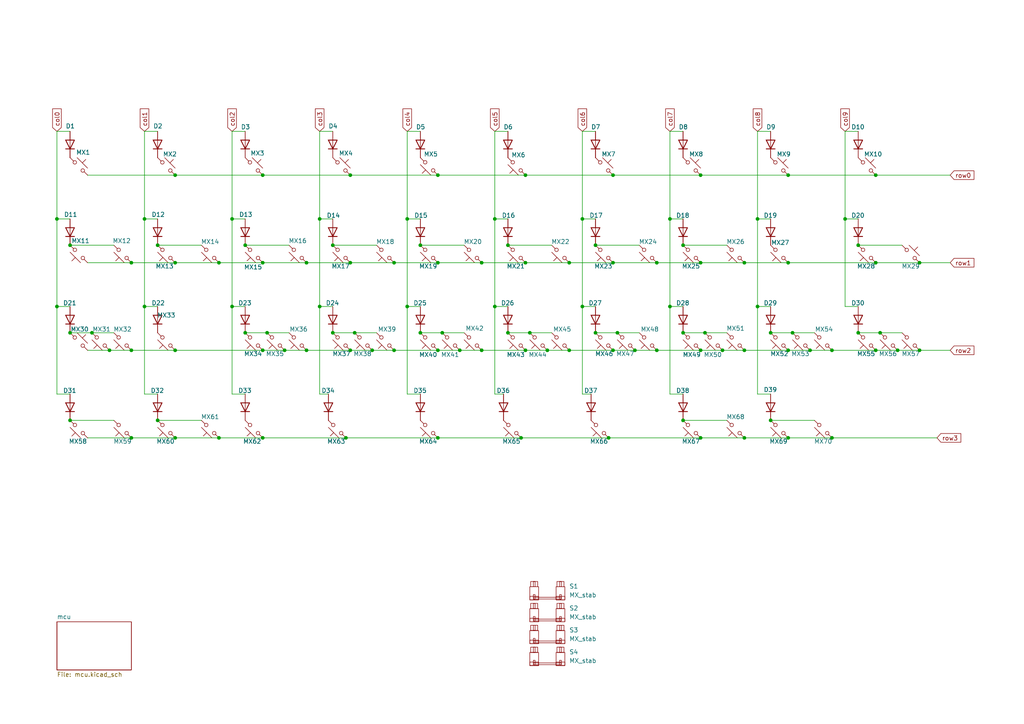
<source format=kicad_sch>
(kicad_sch (version 20231120) (generator "eeschema") (generator_version "8.0")
  (paper "A4")
  (lib_symbols
    (symbol "Device:D" (pin_numbers hide) (pin_names (offset 1.016) hide)
      (property "Reference" "D" (at 0 2.54 0))
      (property "Value" "D" (at 0 -2.54 0))
      (symbol "D_1_1"
        (pin passive line (at -3.81 0 0) (length 2.54) (name "K") (number "1"))
        (pin passive line (at 3.81 0 180) (length 2.54) (name "A") (number "2"))
      )
    )
    (symbol "PCM_marbastlib-mx:MX_SW_solder" (pin_numbers hide) (pin_names (offset 1.016) hide)
      (property "Reference" "MX" (at 3.048 1.016 0))
      (property "Value" "MX_SW_solder" (at 0 -3.81 0))
      (symbol "MX_SW_solder_0_1"
        (pin passive line (at -2.54 2.54 0) (length 0) (name "1") (number "1"))
        (pin passive line (at 2.54 -2.54 180) (length 0) (name "2") (number "2"))
      )
    )
    (symbol "PCM_marbastlib-mx:MX_stab" (pin_names (offset 1.016))
      (property "Reference" "S" (at -5.08 6.35 0))
      (property "Value" "MX_stab" (at -5.08 3.81 0))
    )
  )
  (junction (at 20.32 96.52))
  (junction (at 215.9 127))
  (junction (at 101.6 50.8))
  (junction (at 50.8 50.8))
  (junction (at 16.51 63.5))
  (junction (at 92.71 63.5))
  (junction (at 245.11 63.5))
  (junction (at 139.7 101.6))
  (junction (at 198.12 71.12))
  (junction (at 77.47 96.52))
  (junction (at 184.15 101.6))
  (junction (at 127 101.6))
  (junction (at 50.8 127))
  (junction (at 107.95 101.6))
  (junction (at 177.8 76.2))
  (junction (at 20.32 121.92))
  (junction (at 127 127))
  (junction (at 209.55 101.6))
  (junction (at 31.75 101.6))
  (junction (at 67.31 88.9))
  (junction (at 254 101.6))
  (junction (at 255.27 96.52))
  (junction (at 139.7 76.2))
  (junction (at 38.1 127))
  (junction (at 143.51 63.5))
  (junction (at 203.2 50.8))
  (junction (at 50.8 76.2))
  (junction (at 241.3 101.6))
  (junction (at 219.71 88.9))
  (junction (at 215.9 76.2))
  (junction (at 147.32 96.52))
  (junction (at 203.2 127))
  (junction (at 152.4 76.2))
  (junction (at 45.72 121.92))
  (junction (at 152.4 50.8))
  (junction (at 229.87 96.52))
  (junction (at 194.31 63.5))
  (junction (at 96.52 71.12))
  (junction (at 88.9 101.6))
  (junction (at 152.4 101.6))
  (junction (at 82.55 101.6))
  (junction (at 38.1 76.2))
  (junction (at 260.35 101.6))
  (junction (at 248.92 96.52))
  (junction (at 102.87 96.52))
  (junction (at 194.31 88.9))
  (junction (at 88.9 76.2))
  (junction (at 177.8 101.6))
  (junction (at 172.72 96.52))
  (junction (at 219.71 63.5))
  (junction (at 118.11 88.9))
  (junction (at 223.52 121.92))
  (junction (at 45.72 71.12))
  (junction (at 50.8 101.6))
  (junction (at 76.2 50.8))
  (junction (at 177.8 50.8))
  (junction (at 266.7 101.6))
  (junction (at 143.51 88.9))
  (junction (at 127 50.8))
  (junction (at 190.5 76.2))
  (junction (at 198.12 121.92))
  (junction (at 121.92 96.52))
  (junction (at 223.52 96.52))
  (junction (at 67.31 63.5))
  (junction (at 41.91 63.5))
  (junction (at 168.91 88.9))
  (junction (at 198.12 96.52))
  (junction (at 128.27 96.52))
  (junction (at 204.47 96.52))
  (junction (at 165.1 101.6))
  (junction (at 118.11 63.5))
  (junction (at 151.13 127))
  (junction (at 41.91 88.9))
  (junction (at 76.2 101.6))
  (junction (at 96.52 96.52))
  (junction (at 153.67 96.52))
  (junction (at 71.12 71.12))
  (junction (at 71.12 96.52))
  (junction (at 228.6 76.2))
  (junction (at 114.3 76.2))
  (junction (at 190.5 101.6))
  (junction (at 101.6 101.6))
  (junction (at 234.95 101.6))
  (junction (at 121.92 71.12))
  (junction (at 179.07 96.52))
  (junction (at 16.51 88.9))
  (junction (at 228.6 101.6))
  (junction (at 168.91 63.5))
  (junction (at 26.67 96.52))
  (junction (at 266.7 76.2))
  (junction (at 254 76.2))
  (junction (at 63.5 76.2))
  (junction (at 176.53 127))
  (junction (at 228.6 50.8))
  (junction (at 76.2 127))
  (junction (at 158.75 101.6))
  (junction (at 20.32 71.12))
  (junction (at 228.6 127))
  (junction (at 215.9 101.6))
  (junction (at 241.3 127))
  (junction (at 100.33 127))
  (junction (at 114.3 101.6))
  (junction (at 63.5 127))
  (junction (at 92.71 88.9))
  (junction (at 254 50.8))
  (junction (at 203.2 101.6))
  (junction (at 165.1 76.2))
  (junction (at 147.32 71.12))
  (junction (at 172.72 71.12))
  (junction (at 203.2 76.2))
  (junction (at 38.1 101.6))
  (junction (at 127 76.2))
  (junction (at 76.2 76.2))
  (junction (at 101.6 76.2))
  (junction (at 133.35 101.6))
  (junction (at 248.92 71.12))
  (wire (pts (xy 101.6 101.6) (xy 107.95 101.6)))
  (wire (pts (xy 41.91 63.5) (xy 41.91 38.1)))
  (wire (pts (xy 16.51 38.1) (xy 16.51 63.5)))
  (wire (pts (xy 71.12 114.3) (xy 67.31 114.3)))
  (wire (pts (xy 176.53 127) (xy 203.2 127)))
  (wire (pts (xy 38.1 101.6) (xy 50.8 101.6)))
  (wire (pts (xy 248.92 71.12) (xy 261.62 71.12)))
  (wire (pts (xy 25.4 50.8) (xy 50.8 50.8)))
  (wire (pts (xy 168.91 38.1) (xy 172.72 38.1)))
  (wire (pts (xy 71.12 96.52) (xy 77.47 96.52)))
  (wire (pts (xy 171.45 114.3) (xy 168.91 114.3)))
  (wire (pts (xy 168.91 63.5) (xy 172.72 63.5)))
  (wire (pts (xy 16.51 38.1) (xy 20.32 38.1)))
  (wire (pts (xy 194.31 38.1) (xy 198.12 38.1)))
  (wire (pts (xy 219.71 88.9) (xy 223.52 88.9)))
  (wire (pts (xy 152.4 50.8) (xy 177.8 50.8)))
  (wire (pts (xy 172.72 96.52) (xy 179.07 96.52)))
  (wire (pts (xy 165.1 101.6) (xy 177.8 101.6)))
  (wire (pts (xy 143.51 63.5) (xy 143.51 38.1)))
  (wire (pts (xy 245.11 88.9) (xy 245.11 63.5)))
  (wire (pts (xy 45.72 114.3) (xy 41.91 114.3)))
  (wire (pts (xy 203.2 76.2) (xy 215.9 76.2)))
  (wire (pts (xy 118.11 114.3) (xy 118.11 88.9)))
  (wire (pts (xy 266.7 76.2) (xy 275.59 76.2)))
  (wire (pts (xy 67.31 38.1) (xy 71.12 38.1)))
  (wire (pts (xy 95.25 114.3) (xy 92.71 114.3)))
  (wire (pts (xy 266.7 101.6) (xy 275.59 101.6)))
  (wire (pts (xy 194.31 63.5) (xy 194.31 38.1)))
  (wire (pts (xy 152.4 101.6) (xy 158.75 101.6)))
  (wire (pts (xy 45.72 71.12) (xy 58.42 71.12)))
  (wire (pts (xy 118.11 63.5) (xy 118.11 38.1)))
  (wire (pts (xy 194.31 88.9) (xy 194.31 114.3)))
  (wire (pts (xy 102.87 96.52) (xy 109.22 96.52)))
  (wire (pts (xy 260.35 101.6) (xy 266.7 101.6)))
  (wire (pts (xy 152.4 76.2) (xy 165.1 76.2)))
  (wire (pts (xy 215.9 127) (xy 228.6 127)))
  (wire (pts (xy 190.5 101.6) (xy 203.2 101.6)))
  (wire (pts (xy 114.3 76.2) (xy 127 76.2)))
  (wire (pts (xy 88.9 76.2) (xy 101.6 76.2)))
  (wire (pts (xy 177.8 50.8) (xy 203.2 50.8)))
  (wire (pts (xy 245.11 38.1) (xy 245.11 63.5)))
  (wire (pts (xy 92.71 63.5) (xy 96.52 63.5)))
  (wire (pts (xy 25.4 76.2) (xy 38.1 76.2)))
  (wire (pts (xy 76.2 50.8) (xy 101.6 50.8)))
  (wire (pts (xy 20.32 96.52) (xy 26.67 96.52)))
  (wire (pts (xy 25.4 101.6) (xy 31.75 101.6)))
  (wire (pts (xy 41.91 88.9) (xy 45.72 88.9)))
  (wire (pts (xy 121.92 71.12) (xy 134.62 71.12)))
  (wire (pts (xy 198.12 71.12) (xy 210.82 71.12)))
  (wire (pts (xy 88.9 101.6) (xy 101.6 101.6)))
  (wire (pts (xy 143.51 114.3) (xy 143.51 88.9)))
  (wire (pts (xy 204.47 96.52) (xy 210.82 96.52)))
  (wire (pts (xy 127 76.2) (xy 139.7 76.2)))
  (wire (pts (xy 92.71 38.1) (xy 96.52 38.1)))
  (wire (pts (xy 50.8 101.6) (xy 76.2 101.6)))
  (wire (pts (xy 165.1 76.2) (xy 177.8 76.2)))
  (wire (pts (xy 168.91 63.5) (xy 168.91 38.1)))
  (wire (pts (xy 198.12 96.52) (xy 204.47 96.52)))
  (wire (pts (xy 147.32 71.12) (xy 160.02 71.12)))
  (wire (pts (xy 223.52 121.92) (xy 236.22 121.92)))
  (wire (pts (xy 172.72 71.12) (xy 185.42 71.12)))
  (wire (pts (xy 16.51 63.5) (xy 20.32 63.5)))
  (wire (pts (xy 127 50.8) (xy 152.4 50.8)))
  (wire (pts (xy 50.8 127) (xy 63.5 127)))
  (wire (pts (xy 177.8 76.2) (xy 190.5 76.2)))
  (wire (pts (xy 219.71 88.9) (xy 219.71 114.3)))
  (wire (pts (xy 67.31 63.5) (xy 71.12 63.5)))
  (wire (pts (xy 228.6 50.8) (xy 254 50.8)))
  (wire (pts (xy 146.05 114.3) (xy 143.51 114.3)))
  (wire (pts (xy 248.92 96.52) (xy 255.27 96.52)))
  (wire (pts (xy 92.71 114.3) (xy 92.71 88.9)))
  (wire (pts (xy 133.35 101.6) (xy 139.7 101.6)))
  (wire (pts (xy 139.7 101.6) (xy 152.4 101.6)))
  (wire (pts (xy 219.71 114.3) (xy 223.52 114.3)))
  (wire (pts (xy 82.55 101.6) (xy 88.9 101.6)))
  (wire (pts (xy 118.11 63.5) (xy 121.92 63.5)))
  (wire (pts (xy 16.51 88.9) (xy 20.32 88.9)))
  (wire (pts (xy 127 101.6) (xy 133.35 101.6)))
  (wire (pts (xy 143.51 63.5) (xy 147.32 63.5)))
  (wire (pts (xy 153.67 96.52) (xy 160.02 96.52)))
  (wire (pts (xy 194.31 88.9) (xy 194.31 63.5)))
  (wire (pts (xy 45.72 121.92) (xy 58.42 121.92)))
  (wire (pts (xy 228.6 127) (xy 241.3 127)))
  (wire (pts (xy 71.12 71.12) (xy 83.82 71.12)))
  (wire (pts (xy 245.11 63.5) (xy 248.92 63.5)))
  (wire (pts (xy 223.52 96.52) (xy 229.87 96.52)))
  (wire (pts (xy 139.7 76.2) (xy 152.4 76.2)))
  (wire (pts (xy 16.51 88.9) (xy 16.51 63.5)))
  (wire (pts (xy 100.33 127) (xy 127 127)))
  (wire (pts (xy 168.91 114.3) (xy 168.91 88.9)))
  (wire (pts (xy 203.2 50.8) (xy 228.6 50.8)))
  (wire (pts (xy 198.12 114.3) (xy 194.31 114.3)))
  (wire (pts (xy 77.47 96.52) (xy 83.82 96.52)))
  (wire (pts (xy 107.95 101.6) (xy 114.3 101.6)))
  (wire (pts (xy 198.12 121.92) (xy 210.82 121.92)))
  (wire (pts (xy 92.71 88.9) (xy 96.52 88.9)))
  (wire (pts (xy 254 101.6) (xy 260.35 101.6)))
  (wire (pts (xy 25.4 127) (xy 38.1 127)))
  (wire (pts (xy 92.71 88.9) (xy 92.71 63.5)))
  (wire (pts (xy 118.11 38.1) (xy 121.92 38.1)))
  (wire (pts (xy 63.5 127) (xy 76.2 127)))
  (wire (pts (xy 147.32 96.52) (xy 153.67 96.52)))
  (wire (pts (xy 219.71 63.5) (xy 223.52 63.5)))
  (wire (pts (xy 38.1 76.2) (xy 50.8 76.2)))
  (wire (pts (xy 219.71 38.1) (xy 219.71 63.5)))
  (wire (pts (xy 241.3 127) (xy 271.78 127)))
  (wire (pts (xy 151.13 127) (xy 176.53 127)))
  (wire (pts (xy 219.71 88.9) (xy 219.71 63.5)))
  (wire (pts (xy 209.55 101.6) (xy 215.9 101.6)))
  (wire (pts (xy 127 127) (xy 151.13 127)))
  (wire (pts (xy 143.51 38.1) (xy 147.32 38.1)))
  (wire (pts (xy 255.27 96.52) (xy 261.62 96.52)))
  (wire (pts (xy 76.2 127) (xy 100.33 127)))
  (wire (pts (xy 121.92 96.52) (xy 128.27 96.52)))
  (wire (pts (xy 101.6 76.2) (xy 114.3 76.2)))
  (wire (pts (xy 67.31 63.5) (xy 67.31 38.1)))
  (wire (pts (xy 20.32 114.3) (xy 16.51 114.3)))
  (wire (pts (xy 168.91 88.9) (xy 172.72 88.9)))
  (wire (pts (xy 215.9 101.6) (xy 228.6 101.6)))
  (wire (pts (xy 41.91 88.9) (xy 41.91 63.5)))
  (wire (pts (xy 203.2 127) (xy 215.9 127)))
  (wire (pts (xy 67.31 88.9) (xy 71.12 88.9)))
  (wire (pts (xy 16.51 114.3) (xy 16.51 88.9)))
  (wire (pts (xy 41.91 63.5) (xy 45.72 63.5)))
  (wire (pts (xy 254 76.2) (xy 266.7 76.2)))
  (wire (pts (xy 248.92 88.9) (xy 245.11 88.9)))
  (wire (pts (xy 101.6 50.8) (xy 127 50.8)))
  (wire (pts (xy 234.95 101.6) (xy 241.3 101.6)))
  (wire (pts (xy 67.31 114.3) (xy 67.31 88.9)))
  (wire (pts (xy 245.11 38.1) (xy 248.92 38.1)))
  (wire (pts (xy 228.6 101.6) (xy 234.95 101.6)))
  (wire (pts (xy 143.51 88.9) (xy 147.32 88.9)))
  (wire (pts (xy 128.27 96.52) (xy 134.62 96.52)))
  (wire (pts (xy 50.8 50.8) (xy 76.2 50.8)))
  (wire (pts (xy 184.15 101.6) (xy 190.5 101.6)))
  (wire (pts (xy 241.3 101.6) (xy 254 101.6)))
  (wire (pts (xy 229.87 96.52) (xy 236.22 96.52)))
  (wire (pts (xy 194.31 63.5) (xy 198.12 63.5)))
  (wire (pts (xy 96.52 96.52) (xy 102.87 96.52)))
  (wire (pts (xy 190.5 76.2) (xy 203.2 76.2)))
  (wire (pts (xy 114.3 101.6) (xy 127 101.6)))
  (wire (pts (xy 76.2 101.6) (xy 82.55 101.6)))
  (wire (pts (xy 223.52 38.1) (xy 219.71 38.1)))
  (wire (pts (xy 179.07 96.52) (xy 185.42 96.52)))
  (wire (pts (xy 254 50.8) (xy 275.59 50.8)))
  (wire (pts (xy 63.5 76.2) (xy 76.2 76.2)))
  (wire (pts (xy 143.51 88.9) (xy 143.51 63.5)))
  (wire (pts (xy 26.67 96.52) (xy 33.02 96.52)))
  (wire (pts (xy 38.1 127) (xy 50.8 127)))
  (wire (pts (xy 41.91 38.1) (xy 45.72 38.1)))
  (wire (pts (xy 118.11 88.9) (xy 121.92 88.9)))
  (wire (pts (xy 92.71 63.5) (xy 92.71 38.1)))
  (wire (pts (xy 215.9 76.2) (xy 228.6 76.2)))
  (wire (pts (xy 121.92 114.3) (xy 118.11 114.3)))
  (wire (pts (xy 203.2 101.6) (xy 209.55 101.6)))
  (wire (pts (xy 158.75 101.6) (xy 165.1 101.6)))
  (wire (pts (xy 228.6 76.2) (xy 254 76.2)))
  (wire (pts (xy 50.8 76.2) (xy 63.5 76.2)))
  (wire (pts (xy 67.31 88.9) (xy 67.31 63.5)))
  (wire (pts (xy 31.75 101.6) (xy 38.1 101.6)))
  (wire (pts (xy 194.31 88.9) (xy 198.12 88.9)))
  (wire (pts (xy 20.32 71.12) (xy 33.02 71.12)))
  (wire (pts (xy 20.32 121.92) (xy 33.02 121.92)))
  (wire (pts (xy 76.2 76.2) (xy 88.9 76.2)))
  (wire (pts (xy 118.11 88.9) (xy 118.11 63.5)))
  (wire (pts (xy 168.91 88.9) (xy 168.91 63.5)))
  (wire (pts (xy 96.52 71.12) (xy 109.22 71.12)))
  (wire (pts (xy 177.8 101.6) (xy 184.15 101.6)))
  (wire (pts (xy 41.91 114.3) (xy 41.91 88.9)))
  (global_label "col0" (shape input) (at 16.51 38.1 90) (property "Intersheetrefs" "${INTERSHEET_REFS}" (effects (hide yes))))
  (global_label "row3" (shape input) (at 271.78 127 0) (property "Intersheetrefs" "${INTERSHEET_REFS}" (effects (hide yes))))
  (global_label "row2" (shape input) (at 275.59 101.6 0) (property "Intersheetrefs" "${INTERSHEET_REFS}" (effects (hide yes))))
  (global_label "col7" (shape input) (at 194.31 38.1 90) (property "Intersheetrefs" "${INTERSHEET_REFS}" (effects (hide yes))))
  (global_label "col8" (shape input) (at 219.71 38.1 90) (property "Intersheetrefs" "${INTERSHEET_REFS}" (effects (hide yes))))
  (global_label "col9" (shape input) (at 245.11 38.1 90) (property "Intersheetrefs" "${INTERSHEET_REFS}" (effects (hide yes))))
  (global_label "row1" (shape input) (at 275.59 76.2 0) (property "Intersheetrefs" "${INTERSHEET_REFS}" (effects (hide yes))))
  (global_label "col2" (shape input) (at 67.31 38.1 90) (property "Intersheetrefs" "${INTERSHEET_REFS}" (effects (hide yes))))
  (global_label "col3" (shape input) (at 92.71 38.1 90) (property "Intersheetrefs" "${INTERSHEET_REFS}" (effects (hide yes))))
  (global_label "col6" (shape input) (at 168.91 38.1 90) (property "Intersheetrefs" "${INTERSHEET_REFS}" (effects (hide yes))))
  (global_label "col4" (shape input) (at 118.11 38.1 90) (property "Intersheetrefs" "${INTERSHEET_REFS}" (effects (hide yes))))
  (global_label "row0" (shape input) (at 275.59 50.8 0) (property "Intersheetrefs" "${INTERSHEET_REFS}" (effects (hide yes))))
  (global_label "col1" (shape input) (at 41.91 38.1 90) (property "Intersheetrefs" "${INTERSHEET_REFS}" (effects (hide yes))))
  (global_label "col5" (shape input) (at 143.51 38.1 90) (property "Intersheetrefs" "${INTERSHEET_REFS}" (effects (hide yes))))
  (symbol (lib_id "Device:D") (at 96.52 92.71 90) (unit 1)
    (property "Reference" "D24" (at 94.488 87.884 90) (effects (justify right)))
    (property "Value" "D" (effects (hide yes)))
    (property "Footprint" "user:D_SOD-123" (effects (hide yes)))
    (property "Description" "Diode" (effects (hide yes)))
    (property "Sim.Device" "D" (effects (hide yes)))
    (property "Sim.Pins" "1=K 2=A" (effects (hide yes)))
  )
  (symbol (lib_id "Device:D") (at 20.32 92.71 90) (unit 1)
    (property "Reference" "D21" (at 18.288 87.884 90) (effects (justify right)))
    (property "Value" "D" (effects (hide yes)))
    (property "Footprint" "user:D_SOD-123" (effects (hide yes)))
    (property "Description" "Diode" (effects (hide yes)))
    (property "Sim.Device" "D" (effects (hide yes)))
    (property "Sim.Pins" "1=K 2=A" (effects (hide yes)))
  )
  (symbol (lib_id "PCM_marbastlib-mx:MX_SW_solder") (at 200.66 73.66 180) (unit 1)
    (property "Reference" "MX25" (at 200.406 77.216 0))
    (property "Value" "MX_SW_solder" (effects (hide yes)))
    (property "Footprint" "PCM_marbastlib-mx:SW_MX_1u" (effects (hide yes)))
    (property "Description" "Push button switch, normally open, two pins, 45° tilted" (effects (hide yes)))
  )
  (symbol (lib_id "PCM_marbastlib-mx:MX_SW_solder") (at 226.06 73.66 180) (unit 1)
    (property "Reference" "MX27" (at 226.314 70.358 0))
    (property "Value" "MX_SW_solder" (effects (hide yes)))
    (property "Footprint" "PCM_marbastlib-mx:SW_MX_1u" (effects (hide yes)))
    (property "Description" "Push button switch, normally open, two pins, 45° tilted" (effects (hide yes)))
  )
  (symbol (lib_id "Device:D") (at 172.72 41.91 90) (unit 1)
    (property "Reference" "D7" (at 171.45 36.83 90) (effects (justify right)))
    (property "Value" "D" (effects (hide yes)))
    (property "Footprint" "user:D_SOD-123" (effects (hide yes)))
    (property "Description" "Diode" (effects (hide yes)))
    (property "Sim.Device" "D" (effects (hide yes)))
    (property "Sim.Pins" "1=K 2=A" (effects (hide yes)))
  )
  (symbol (lib_id "PCM_marbastlib-mx:MX_SW_solder") (at 80.01 99.06 180) (unit 1)
    (property "Reference" "MX35" (at 79.756 102.616 0))
    (property "Value" "MX_SW_solder" (effects (hide yes)))
    (property "Footprint" "PCM_marbastlib-mx:SW_MX_1u" (effects (hide yes)))
    (property "Description" "Push button switch, normally open, two pins, 45° tilted" (effects (hide yes)))
  )
  (symbol (lib_id "PCM_marbastlib-mx:MX_SW_solder") (at 137.16 99.06 180) (unit 1)
    (property "Reference" "MX42" (at 137.668 95.25 0))
    (property "Value" "MX_SW_solder" (effects (hide yes)))
    (property "Footprint" "PCM_marbastlib-mx:SW_MX_1u" (effects (hide yes)))
    (property "Description" "Push button switch, normally open, two pins, 45° tilted" (effects (hide yes)))
  )
  (symbol (lib_id "PCM_marbastlib-mx:MX_SW_solder") (at 111.76 99.06 180) (unit 1)
    (property "Reference" "MX39" (at 112.268 95.504 0))
    (property "Value" "MX_SW_solder" (effects (hide yes)))
    (property "Footprint" "PCM_marbastlib-mx:SW_MX_1u" (effects (hide yes)))
    (property "Description" "Push button switch, normally open, two pins, 45° tilted" (effects (hide yes)))
  )
  (symbol (lib_id "Device:D") (at 121.92 92.71 90) (unit 1)
    (property "Reference" "D25" (at 119.888 87.884 90) (effects (justify right)))
    (property "Value" "D" (effects (hide yes)))
    (property "Footprint" "user:D_SOD-123" (effects (hide yes)))
    (property "Description" "Diode" (effects (hide yes)))
    (property "Sim.Device" "D" (effects (hide yes)))
    (property "Sim.Pins" "1=K 2=A" (effects (hide yes)))
  )
  (symbol (lib_id "PCM_marbastlib-mx:MX_SW_solder") (at 86.36 73.66 180) (unit 1)
    (property "Reference" "MX16" (at 86.36 69.85 0))
    (property "Value" "MX_SW_solder" (effects (hide yes)))
    (property "Footprint" "PCM_marbastlib-mx:SW_MX_1u" (effects (hide yes)))
    (property "Description" "Push button switch, normally open, two pins, 45° tilted" (effects (hide yes)))
  )
  (symbol (lib_id "Device:D") (at 248.92 41.91 90) (unit 1)
    (property "Reference" "D10" (at 246.888 36.83 90) (effects (justify right)))
    (property "Value" "D" (effects (hide yes)))
    (property "Footprint" "user:D_SOD-123" (effects (hide yes)))
    (property "Description" "Diode" (effects (hide yes)))
    (property "Sim.Device" "D" (effects (hide yes)))
    (property "Sim.Pins" "1=K 2=A" (effects (hide yes)))
  )
  (symbol (lib_id "PCM_marbastlib-mx:MX_SW_solder") (at 213.36 73.66 180) (unit 1)
    (property "Reference" "MX26" (at 213.36 70.104 0))
    (property "Value" "MX_SW_solder" (effects (hide yes)))
    (property "Footprint" "PCM_marbastlib-mx:SW_MX_1u" (effects (hide yes)))
    (property "Description" "Push button switch, normally open, two pins, 45° tilted" (effects (hide yes)))
  )
  (symbol (lib_id "PCM_marbastlib-mx:MX_SW_solder") (at 130.81 99.06 180) (unit 1)
    (property "Reference" "MX41" (at 130.556 102.87 0))
    (property "Value" "MX_SW_solder" (effects (hide yes)))
    (property "Footprint" "PCM_marbastlib-mx:SW_MX_1u" (effects (hide yes)))
    (property "Description" "Push button switch, normally open, two pins, 45° tilted" (effects (hide yes)))
  )
  (symbol (lib_id "PCM_marbastlib-mx:MX_SW_solder") (at 175.26 99.06 180) (unit 1)
    (property "Reference" "MX46" (at 175.26 102.616 0))
    (property "Value" "MX_SW_solder" (effects (hide yes)))
    (property "Footprint" "PCM_marbastlib-mx:SW_MX_1u" (effects (hide yes)))
    (property "Description" "Push button switch, normally open, two pins, 45° tilted" (effects (hide yes)))
  )
  (symbol (lib_id "PCM_marbastlib-mx:MX_SW_solder") (at 149.86 48.26 180) (unit 1)
    (property "Reference" "MX6" (at 150.368 44.958 0))
    (property "Value" "MX_SW_solder" (effects (hide yes)))
    (property "Footprint" "PCM_marbastlib-mx:SW_MX_1u" (effects (hide yes)))
    (property "Description" "Push button switch, normally open, two pins, 45° tilted" (effects (hide yes)))
  )
  (symbol (lib_id "PCM_marbastlib-mx:MX_SW_solder") (at 97.79 124.46 180) (unit 1)
    (property "Reference" "MX63" (at 97.536 128.016 0))
    (property "Value" "MX_SW_solder" (effects (hide yes)))
    (property "Footprint" "PCM_marbastlib-mx:SW_MX_1u" (effects (hide yes)))
    (property "Description" "Push button switch, normally open, two pins, 45° tilted" (effects (hide yes)))
  )
  (symbol (lib_id "Device:D") (at 121.92 118.11 90) (unit 1)
    (property "Reference" "D35" (at 119.888 113.284 90) (effects (justify right)))
    (property "Value" "D" (effects (hide yes)))
    (property "Footprint" "user:D_SOD-123" (effects (hide yes)))
    (property "Description" "Diode" (effects (hide yes)))
    (property "Sim.Device" "D" (effects (hide yes)))
    (property "Sim.Pins" "1=K 2=A" (effects (hide yes)))
  )
  (symbol (lib_id "PCM_marbastlib-mx:MX_SW_solder") (at 207.01 99.06 180) (unit 1)
    (property "Reference" "MX50" (at 206.756 102.87 0))
    (property "Value" "MX_SW_solder" (effects (hide yes)))
    (property "Footprint" "PCM_marbastlib-mx:SW_MX_1u" (effects (hide yes)))
    (property "Description" "Push button switch, normally open, two pins, 45° tilted" (effects (hide yes)))
  )
  (symbol (lib_id "PCM_marbastlib-mx:MX_SW_solder") (at 48.26 124.46 180) (unit 1)
    (property "Reference" "MX60" (at 48.006 128.016 0))
    (property "Value" "MX_SW_solder" (effects (hide yes)))
    (property "Footprint" "PCM_marbastlib-mx:SW_MX_1u" (effects (hide yes)))
    (property "Description" "Push button switch, normally open, two pins, 45° tilted" (effects (hide yes)))
  )
  (symbol (lib_id "Device:D") (at 223.52 92.71 90) (unit 1)
    (property "Reference" "D29" (at 221.488 87.884 90) (effects (justify right)))
    (property "Value" "D" (effects (hide yes)))
    (property "Footprint" "user:D_SOD-123" (effects (hide yes)))
    (property "Description" "Diode" (effects (hide yes)))
    (property "Sim.Device" "D" (effects (hide yes)))
    (property "Sim.Pins" "1=K 2=A" (effects (hide yes)))
  )
  (symbol (lib_id "Device:D") (at 198.12 41.91 90) (unit 1)
    (property "Reference" "D8" (at 196.85 36.83 90) (effects (justify right)))
    (property "Value" "D" (effects (hide yes)))
    (property "Footprint" "user:D_SOD-123" (effects (hide yes)))
    (property "Description" "Diode" (effects (hide yes)))
    (property "Sim.Device" "D" (effects (hide yes)))
    (property "Sim.Pins" "1=K 2=A" (effects (hide yes)))
  )
  (symbol (lib_id "PCM_marbastlib-mx:MX_SW_solder") (at 156.21 99.06 180) (unit 1)
    (property "Reference" "MX44" (at 155.956 102.87 0))
    (property "Value" "MX_SW_solder" (effects (hide yes)))
    (property "Footprint" "PCM_marbastlib-mx:SW_MX_1u" (effects (hide yes)))
    (property "Description" "Push button switch, normally open, two pins, 45° tilted" (effects (hide yes)))
  )
  (symbol (lib_id "Device:D") (at 71.12 41.91 90) (unit 1)
    (property "Reference" "D3" (at 69.85 36.83 90) (effects (justify right)))
    (property "Value" "D" (effects (hide yes)))
    (property "Footprint" "user:D_SOD-123" (effects (hide yes)))
    (property "Description" "Diode" (effects (hide yes)))
    (property "Sim.Device" "D" (effects (hide yes)))
    (property "Sim.Pins" "1=K 2=A" (effects (hide yes)))
  )
  (symbol (lib_id "PCM_marbastlib-mx:MX_SW_solder") (at 35.56 124.46 180) (unit 1)
    (property "Reference" "MX59" (at 35.56 128.016 0))
    (property "Value" "MX_SW_solder" (effects (hide yes)))
    (property "Footprint" "PCM_marbastlib-mx:SW_MX_1.25u" (effects (hide yes)))
    (property "Description" "Push button switch, normally open, two pins, 45° tilted" (effects (hide yes)))
  )
  (symbol (lib_id "PCM_marbastlib-mx:MX_SW_solder") (at 35.56 73.66 180) (unit 1)
    (property "Reference" "MX12" (at 35.306 69.85 0))
    (property "Value" "MX_SW_solder" (effects (hide yes)))
    (property "Footprint" "PCM_marbastlib-mx:SW_MX_1.25u" (effects (hide yes)))
    (property "Description" "Push button switch, normally open, two pins, 45° tilted" (effects (hide yes)))
  )
  (symbol (lib_id "Device:D") (at 20.32 67.31 90) (unit 1)
    (property "Reference" "D11" (at 18.542 62.23 90) (effects (justify right)))
    (property "Value" "D" (effects (hide yes)))
    (property "Footprint" "user:D_SOD-123" (effects (hide yes)))
    (property "Description" "Diode" (effects (hide yes)))
    (property "Sim.Device" "D" (effects (hide yes)))
    (property "Sim.Pins" "1=K 2=A" (effects (hide yes)))
  )
  (symbol (lib_id "Device:D") (at 147.32 41.91 90) (unit 1)
    (property "Reference" "D6" (at 146.05 36.83 90) (effects (justify right)))
    (property "Value" "D" (effects (hide yes)))
    (property "Footprint" "user:D_SOD-123" (effects (hide yes)))
    (property "Description" "Diode" (effects (hide yes)))
    (property "Sim.Device" "D" (effects (hide yes)))
    (property "Sim.Pins" "1=K 2=A" (effects (hide yes)))
  )
  (symbol (lib_id "PCM_marbastlib-mx:MX_SW_solder") (at 238.76 124.46 180) (unit 1)
    (property "Reference" "MX70" (at 238.76 128.016 0))
    (property "Value" "MX_SW_solder" (effects (hide yes)))
    (property "Footprint" "PCM_marbastlib-mx:SW_MX_1u" (effects (hide yes)))
    (property "Description" "Push button switch, normally open, two pins, 45° tilted" (effects (hide yes)))
  )
  (symbol (lib_id "PCM_marbastlib-mx:MX_SW_solder") (at 200.66 124.46 180) (unit 1)
    (property "Reference" "MX67" (at 200.406 128.016 0))
    (property "Value" "MX_SW_solder" (effects (hide yes)))
    (property "Footprint" "PCM_marbastlib-mx:SW_MX_1u" (effects (hide yes)))
    (property "Description" "Push button switch, normally open, two pins, 45° tilted" (effects (hide yes)))
  )
  (symbol (lib_id "Device:D") (at 172.72 67.31 90) (unit 1)
    (property "Reference" "D17" (at 170.942 62.484 90) (effects (justify right)))
    (property "Value" "D" (effects (hide yes)))
    (property "Footprint" "user:D_SOD-123" (effects (hide yes)))
    (property "Description" "Diode" (effects (hide yes)))
    (property "Sim.Device" "D" (effects (hide yes)))
    (property "Sim.Pins" "1=K 2=A" (effects (hide yes)))
  )
  (symbol (lib_id "PCM_marbastlib-mx:MX_SW_solder") (at 29.21 99.06 180) (unit 1)
    (property "Reference" "MX31" (at 29.464 95.504 0))
    (property "Value" "MX_SW_solder" (effects (hide yes)))
    (property "Footprint" "PCM_marbastlib-mx:SW_MX_1.5u" (effects (hide yes)))
    (property "Description" "Push button switch, normally open, two pins, 45° tilted" (effects (hide yes)))
  )
  (symbol (lib_id "PCM_marbastlib-mx:MX_SW_solder") (at 35.56 99.06 180) (unit 1)
    (property "Reference" "MX32" (at 35.56 95.504 0))
    (property "Value" "MX_SW_solder" (effects (hide yes)))
    (property "Footprint" "PCM_marbastlib-mx:SW_MX_1.75u" (effects (hide yes)))
    (property "Description" "Push button switch, normally open, two pins, 45° tilted" (effects (hide yes)))
  )
  (symbol (lib_id "Device:D") (at 223.52 118.11 90) (unit 1)
    (property "Reference" "D39" (at 221.488 113.03 90) (effects (justify right)))
    (property "Value" "D" (effects (hide yes)))
    (property "Footprint" "user:D_SOD-123" (effects (hide yes)))
    (property "Description" "Diode" (effects (hide yes)))
    (property "Sim.Device" "D" (effects (hide yes)))
    (property "Sim.Pins" "1=K 2=A" (effects (hide yes)))
  )
  (symbol (lib_id "PCM_marbastlib-mx:MX_SW_solder") (at 48.26 73.66 180) (unit 1)
    (property "Reference" "MX13" (at 47.752 77.216 0))
    (property "Value" "MX_SW_solder" (effects (hide yes)))
    (property "Footprint" "PCM_marbastlib-mx:SW_MX_1u" (effects (hide yes)))
    (property "Description" "Push button switch, normally open, two pins, 45° tilted" (effects (hide yes)))
  )
  (symbol (lib_id "Device:D") (at 248.92 67.31 90) (unit 1)
    (property "Reference" "D20" (at 246.888 62.484 90) (effects (justify right)))
    (property "Value" "D" (effects (hide yes)))
    (property "Footprint" "user:D_SOD-123" (effects (hide yes)))
    (property "Description" "Diode" (effects (hide yes)))
    (property "Sim.Device" "D" (effects (hide yes)))
    (property "Sim.Pins" "1=K 2=A" (effects (hide yes)))
  )
  (symbol (lib_id "PCM_marbastlib-mx:MX_SW_solder") (at 99.06 99.06 180) (unit 1)
    (property "Reference" "MX37" (at 99.06 102.616 0))
    (property "Value" "MX_SW_solder" (effects (hide yes)))
    (property "Footprint" "PCM_marbastlib-mx:SW_MX_1u" (effects (hide yes)))
    (property "Description" "Push button switch, normally open, two pins, 45° tilted" (effects (hide yes)))
  )
  (symbol (lib_id "Device:D") (at 71.12 67.31 90) (unit 1)
    (property "Reference" "D13" (at 69.342 62.23 90) (effects (justify right)))
    (property "Value" "D" (effects (hide yes)))
    (property "Footprint" "user:D_SOD-123" (effects (hide yes)))
    (property "Description" "Diode" (effects (hide yes)))
    (property "Sim.Device" "D" (effects (hide yes)))
    (property "Sim.Pins" "1=K 2=A" (effects (hide yes)))
  )
  (symbol (lib_id "PCM_marbastlib-mx:MX_SW_solder") (at 251.46 48.26 0) (unit 1)
    (property "Reference" "MX10" (at 253.238 44.704 0))
    (property "Value" "MX_SW_solder" (effects (hide yes)))
    (property "Footprint" "PCM_marbastlib-mx:SW_MX_1u" (effects (hide yes)))
    (property "Description" "Push button switch, normally open, two pins, 45° tilted" (effects (hide yes)))
  )
  (symbol (lib_id "PCM_marbastlib-mx:MX_SW_solder") (at 213.36 124.46 180) (unit 1)
    (property "Reference" "MX68" (at 213.36 120.904 0))
    (property "Value" "MX_SW_solder" (effects (hide yes)))
    (property "Footprint" "PCM_marbastlib-mx:SW_MX_1u" (effects (hide yes)))
    (property "Description" "Push button switch, normally open, two pins, 45° tilted" (effects (hide yes)))
  )
  (symbol (lib_id "PCM_marbastlib-mx:MX_SW_solder") (at 99.06 48.26 0) (unit 1)
    (property "Reference" "MX4" (at 100.33 44.45 0))
    (property "Value" "MX_SW_solder" (effects (hide yes)))
    (property "Footprint" "PCM_marbastlib-mx:SW_MX_1u" (effects (hide yes)))
    (property "Description" "Push button switch, normally open, two pins, 45° tilted" (effects (hide yes)))
  )
  (symbol (lib_id "PCM_marbastlib-mx:MX_SW_solder") (at 181.61 99.06 180) (unit 1)
    (property "Reference" "MX47" (at 181.356 102.616 0))
    (property "Value" "MX_SW_solder" (effects (hide yes)))
    (property "Footprint" "PCM_marbastlib-mx:SW_MX_1u" (effects (hide yes)))
    (property "Description" "Push button switch, normally open, two pins, 45° tilted" (effects (hide yes)))
  )
  (symbol (lib_id "PCM_marbastlib-mx:MX_SW_solder") (at 124.46 48.26 180) (unit 1)
    (property "Reference" "MX5" (at 124.968 44.704 0))
    (property "Value" "MX_SW_solder" (effects (hide yes)))
    (property "Footprint" "PCM_marbastlib-mx:SW_MX_1u" (effects (hide yes)))
    (property "Description" "Push button switch, normally open, two pins, 45° tilted" (effects (hide yes)))
  )
  (symbol (lib_id "PCM_marbastlib-mx:MX_SW_solder") (at 48.26 48.26 0) (unit 1)
    (property "Reference" "MX2" (at 49.276 44.704 0))
    (property "Value" "MX_SW_solder" (effects (hide yes)))
    (property "Footprint" "PCM_marbastlib-mx:SW_MX_1u" (effects (hide yes)))
    (property "Description" "Push button switch, normally open, two pins, 45° tilted" (effects (hide yes)))
  )
  (symbol (lib_id "PCM_marbastlib-mx:MX_SW_solder") (at 251.46 99.06 180) (unit 1)
    (property "Reference" "MX55" (at 251.206 102.616 0))
    (property "Value" "MX_SW_solder" (effects (hide yes)))
    (property "Footprint" "PCM_marbastlib-mx:SW_MX_1.5u" (effects (hide yes)))
    (property "Description" "Push button switch, normally open, two pins, 45° tilted" (effects (hide yes)))
  )
  (symbol (lib_id "PCM_marbastlib-mx:MX_SW_solder") (at 162.56 99.06 180) (unit 1)
    (property "Reference" "MX45" (at 163.068 95.504 0))
    (property "Value" "MX_SW_solder" (effects (hide yes)))
    (property "Footprint" "PCM_marbastlib-mx:SW_MX_1u" (effects (hide yes)))
    (property "Description" "Push button switch, normally open, two pins, 45° tilted" (effects (hide yes)))
  )
  (symbol (lib_id "Device:D") (at 121.92 67.31 90) (unit 1)
    (property "Reference" "D15" (at 120.142 62.484 90) (effects (justify right)))
    (property "Value" "D" (effects (hide yes)))
    (property "Footprint" "user:D_SOD-123" (effects (hide yes)))
    (property "Description" "Diode" (effects (hide yes)))
    (property "Sim.Device" "D" (effects (hide yes)))
    (property "Sim.Pins" "1=K 2=A" (effects (hide yes)))
  )
  (symbol (lib_id "Device:D") (at 45.72 118.11 90) (unit 1)
    (property "Reference" "D32" (at 43.688 113.284 90) (effects (justify right)))
    (property "Value" "D" (effects (hide yes)))
    (property "Footprint" "user:D_SOD-123" (effects (hide yes)))
    (property "Description" "Diode" (effects (hide yes)))
    (property "Sim.Device" "D" (effects (hide yes)))
    (property "Sim.Pins" "1=K 2=A" (effects (hide yes)))
  )
  (symbol (lib_id "PCM_marbastlib-mx:MX_SW_solder") (at 264.16 73.66 0) (unit 1)
    (property "Reference" "MX29" (at 264.16 77.216 0))
    (property "Value" "MX_SW_solder" (effects (hide yes)))
    (property "Footprint" "PCM_marbastlib-mx:SW_MX_1u" (effects (hide yes)))
    (property "Description" "Push button switch, normally open, two pins, 45° tilted" (effects (hide yes)))
  )
  (symbol (lib_id "PCM_marbastlib-mx:MX_SW_solder") (at 137.16 73.66 180) (unit 1)
    (property "Reference" "MX20" (at 137.16 70.104 0))
    (property "Value" "MX_SW_solder" (effects (hide yes)))
    (property "Footprint" "PCM_marbastlib-mx:SW_MX_1u" (effects (hide yes)))
    (property "Description" "Push button switch, normally open, two pins, 45° tilted" (effects (hide yes)))
  )
  (symbol (lib_id "PCM_marbastlib-mx:MX_SW_solder") (at 149.86 73.66 180) (unit 1)
    (property "Reference" "MX21" (at 149.606 77.216 0))
    (property "Value" "MX_SW_solder" (effects (hide yes)))
    (property "Footprint" "PCM_marbastlib-mx:SW_MX_1u" (effects (hide yes)))
    (property "Description" "Push button switch, normally open, two pins, 45° tilted" (effects (hide yes)))
  )
  (symbol (lib_id "PCM_marbastlib-mx:MX_SW_solder") (at 148.59 124.46 180) (unit 1)
    (property "Reference" "MX65" (at 148.336 128.016 0))
    (property "Value" "MX_SW_solder" (effects (hide yes)))
    (property "Footprint" "PCM_marbastlib-mx:SW_MX_1u" (effects (hide yes)))
    (property "Description" "Push button switch, normally open, two pins, 45° tilted" (effects (hide yes)))
  )
  (symbol (lib_id "Device:D") (at 20.32 118.11 90) (unit 1)
    (property "Reference" "D31" (at 18.288 113.284 90) (effects (justify right)))
    (property "Value" "D" (effects (hide yes)))
    (property "Footprint" "user:D_SOD-123" (effects (hide yes)))
    (property "Description" "Diode" (effects (hide yes)))
    (property "Sim.Device" "D" (effects (hide yes)))
    (property "Sim.Pins" "1=K 2=A" (effects (hide yes)))
  )
  (symbol (lib_id "PCM_marbastlib-mx:MX_SW_solder") (at 99.06 73.66 180) (unit 1)
    (property "Reference" "MX17" (at 98.806 77.216 0))
    (property "Value" "MX_SW_solder" (effects (hide yes)))
    (property "Footprint" "PCM_marbastlib-mx:SW_MX_1u" (effects (hide yes)))
    (property "Description" "Push button switch, normally open, two pins, 45° tilted" (effects (hide yes)))
  )
  (symbol (lib_id "Device:D") (at 20.32 41.91 90) (unit 1)
    (property "Reference" "D1" (at 19.05 36.576 90) (effects (justify right)))
    (property "Value" "D" (effects (hide yes)))
    (property "Footprint" "user:D_SOD-123" (effects (hide yes)))
    (property "Description" "Diode" (effects (hide yes)))
    (property "Sim.Device" "D" (effects (hide yes)))
    (property "Sim.Pins" "1=K 2=A" (effects (hide yes)))
  )
  (symbol (lib_id "PCM_marbastlib-mx:MX_SW_solder") (at 124.46 73.66 180) (unit 1)
    (property "Reference" "MX19" (at 124.206 77.216 0))
    (property "Value" "MX_SW_solder" (effects (hide yes)))
    (property "Footprint" "PCM_marbastlib-mx:SW_MX_1u" (effects (hide yes)))
    (property "Description" "Push button switch, normally open, two pins, 45° tilted" (effects (hide yes)))
  )
  (symbol (lib_id "Device:D") (at 171.45 118.11 90) (unit 1)
    (property "Reference" "D37" (at 169.418 113.284 90) (effects (justify right)))
    (property "Value" "D" (effects (hide yes)))
    (property "Footprint" "user:D_SOD-123" (effects (hide yes)))
    (property "Description" "Diode" (effects (hide yes)))
    (property "Sim.Device" "D" (effects (hide yes)))
    (property "Sim.Pins" "1=K 2=A" (effects (hide yes)))
  )
  (symbol (lib_id "PCM_marbastlib-mx:MX_SW_solder") (at 86.36 99.06 180) (unit 1)
    (property "Reference" "MX36" (at 86.614 95.504 0))
    (property "Value" "MX_SW_solder" (effects (hide yes)))
    (property "Footprint" "PCM_marbastlib-mx:SW_MX_1u" (effects (hide yes)))
    (property "Description" "Push button switch, normally open, two pins, 45° tilted" (effects (hide yes)))
  )
  (symbol (lib_id "PCM_marbastlib-mx:MX_SW_solder") (at 60.96 124.46 180) (unit 1)
    (property "Reference" "MX61" (at 60.96 120.904 0))
    (property "Value" "MX_SW_solder" (effects (hide yes)))
    (property "Footprint" "PCM_marbastlib-mx:SW_MX_1u" (effects (hide yes)))
    (property "Description" "Push button switch, normally open, two pins, 45° tilted" (effects (hide yes)))
  )
  (symbol (lib_id "PCM_marbastlib-mx:MX_SW_solder") (at 73.66 73.66 180) (unit 1)
    (property "Reference" "MX15" (at 73.406 77.47 0))
    (property "Value" "MX_SW_solder" (effects (hide yes)))
    (property "Footprint" "PCM_marbastlib-mx:SW_MX_1u" (effects (hide yes)))
    (property "Description" "Push button switch, normally open, two pins, 45° tilted" (effects (hide yes)))
  )
  (symbol (lib_id "PCM_marbastlib-mx:MX_SW_solder") (at 264.16 99.06 180) (unit 1)
    (property "Reference" "MX57" (at 264.16 102.616 0))
    (property "Value" "MX_SW_solder" (effects (hide yes)))
    (property "Footprint" "PCM_marbastlib-mx:SW_MX_1u" (effects (hide yes)))
    (property "Description" "Push button switch, normally open, two pins, 45° tilted" (effects (hide yes)))
  )
  (symbol (lib_id "PCM_marbastlib-mx:MX_SW_solder") (at 175.26 48.26 0) (unit 1)
    (property "Reference" "MX7" (at 176.53 44.704 0))
    (property "Value" "MX_SW_solder" (effects (hide yes)))
    (property "Footprint" "PCM_marbastlib-mx:SW_MX_1u" (effects (hide yes)))
    (property "Description" "Push button switch, normally open, two pins, 45° tilted" (effects (hide yes)))
  )
  (symbol (lib_id "Device:D") (at 223.52 41.91 90) (unit 1)
    (property "Reference" "D9" (at 222.25 36.83 90) (effects (justify right)))
    (property "Value" "D" (effects (hide yes)))
    (property "Footprint" "user:D_SOD-123" (effects (hide yes)))
    (property "Description" "Diode" (effects (hide yes)))
    (property "Sim.Device" "D" (effects (hide yes)))
    (property "Sim.Pins" "1=K 2=A" (effects (hide yes)))
  )
  (symbol (lib_id "Device:D") (at 198.12 92.71 90) (unit 1)
    (property "Reference" "D28" (at 196.088 87.884 90) (effects (justify right)))
    (property "Value" "D" (effects (hide yes)))
    (property "Footprint" "user:D_SOD-123" (effects (hide yes)))
    (property "Description" "Diode" (effects (hide yes)))
    (property "Sim.Device" "D" (effects (hide yes)))
    (property "Sim.Pins" "1=K 2=A" (effects (hide yes)))
  )
  (symbol (lib_id "PCM_marbastlib-mx:MX_SW_solder") (at 200.66 99.06 180) (unit 1)
    (property "Reference" "MX49" (at 200.66 102.87 0))
    (property "Value" "MX_SW_solder" (effects (hide yes)))
    (property "Footprint" "PCM_marbastlib-mx:SW_MX_1u" (effects (hide yes)))
    (property "Description" "Push button switch, normally open, two pins, 45° tilted" (effects (hide yes)))
  )
  (symbol (lib_id "PCM_marbastlib-mx:MX_SW_solder") (at 226.06 99.06 180) (unit 1)
    (property "Reference" "MX52" (at 226.06 102.616 0))
    (property "Value" "MX_SW_solder" (effects (hide yes)))
    (property "Footprint" "PCM_marbastlib-mx:SW_MX_1u" (effects (hide yes)))
    (property "Description" "Push button switch, normally open, two pins, 45° tilted" (effects (hide yes)))
  )
  (symbol (lib_id "PCM_marbastlib-mx:MX_stab") (at 158.75 184.15 0) (unit 1)
    (property "Reference" "S3" (at 165.1 182.7529 0) (effects (justify left)))
    (property "Value" "MX_stab" (at 165.1 185.2929 0) (effects (justify left)))
    (property "Footprint" "PCM_marbastlib-mx:STAB_MX_2u" (effects (hide yes)))
    (property "Description" "Cherry MX-style stabilizer" (effects (hide yes)))
  )
  (symbol (lib_id "Device:D") (at 198.12 118.11 90) (unit 1)
    (property "Reference" "D38" (at 196.088 113.284 90) (effects (justify right)))
    (property "Value" "D" (effects (hide yes)))
    (property "Footprint" "user:D_SOD-123" (effects (hide yes)))
    (property "Description" "Diode" (effects (hide yes)))
    (property "Sim.Device" "D" (effects (hide yes)))
    (property "Sim.Pins" "1=K 2=A" (effects (hide yes)))
  )
  (symbol (lib_id "Device:D") (at 223.52 67.31 90) (unit 1)
    (property "Reference" "D19" (at 221.488 62.484 90) (effects (justify right)))
    (property "Value" "D" (effects (hide yes)))
    (property "Footprint" "user:D_SOD-123" (effects (hide yes)))
    (property "Description" "Diode" (effects (hide yes)))
    (property "Sim.Device" "D" (effects (hide yes)))
    (property "Sim.Pins" "1=K 2=A" (effects (hide yes)))
  )
  (symbol (lib_id "Device:D") (at 121.92 41.91 90) (unit 1)
    (property "Reference" "D5" (at 120.65 36.83 90) (effects (justify right)))
    (property "Value" "D" (effects (hide yes)))
    (property "Footprint" "user:D_SOD-123" (effects (hide yes)))
    (property "Description" "Diode" (effects (hide yes)))
    (property "Sim.Device" "D" (effects (hide yes)))
    (property "Sim.Pins" "1=K 2=A" (effects (hide yes)))
  )
  (symbol (lib_id "PCM_marbastlib-mx:MX_SW_solder") (at 238.76 99.06 180) (unit 1)
    (property "Reference" "MX54" (at 239.014 95.504 0))
    (property "Value" "MX_SW_solder" (effects (hide yes)))
    (property "Footprint" "PCM_marbastlib-mx:SW_MX_1u" (effects (hide yes)))
    (property "Description" "Push button switch, normally open, two pins, 45° tilted" (effects (hide yes)))
  )
  (symbol (lib_id "Device:D") (at 95.25 118.11 90) (unit 1)
    (property "Reference" "D34" (at 93.218 113.284 90) (effects (justify right)))
    (property "Value" "D" (effects (hide yes)))
    (property "Footprint" "user:D_SOD-123" (effects (hide yes)))
    (property "Description" "Diode" (effects (hide yes)))
    (property "Sim.Device" "D" (effects (hide yes)))
    (property "Sim.Pins" "1=K 2=A" (effects (hide yes)))
  )
  (symbol (lib_id "Device:D") (at 71.12 92.71 90) (unit 1)
    (property "Reference" "D23" (at 69.088 87.884 90) (effects (justify right)))
    (property "Value" "D" (effects (hide yes)))
    (property "Footprint" "user:D_SOD-123" (effects (hide yes)))
    (property "Description" "Diode" (effects (hide yes)))
    (property "Sim.Device" "D" (effects (hide yes)))
    (property "Sim.Pins" "1=K 2=A" (effects (hide yes)))
  )
  (symbol (lib_id "PCM_marbastlib-mx:MX_SW_solder") (at 187.96 73.66 180) (unit 1)
    (property "Reference" "MX24" (at 187.96 70.104 0))
    (property "Value" "MX_SW_solder" (effects (hide yes)))
    (property "Footprint" "PCM_marbastlib-mx:SW_MX_1u" (effects (hide yes)))
    (property "Description" "Push button switch, normally open, two pins, 45° tilted" (effects (hide yes)))
  )
  (symbol (lib_id "Device:D") (at 45.72 67.31 90) (unit 1)
    (property "Reference" "D12" (at 43.942 62.23 90) (effects (justify right)))
    (property "Value" "D" (effects (hide yes)))
    (property "Footprint" "user:D_SOD-123" (effects (hide yes)))
    (property "Description" "Diode" (effects (hide yes)))
    (property "Sim.Device" "D" (effects (hide yes)))
    (property "Sim.Pins" "1=K 2=A" (effects (hide yes)))
  )
  (symbol (lib_id "PCM_marbastlib-mx:MX_SW_solder") (at 251.46 73.66 180) (unit 1)
    (property "Reference" "MX28" (at 251.206 77.216 0))
    (property "Value" "MX_SW_solder" (effects (hide yes)))
    (property "Footprint" "PCM_marbastlib-mx:SW_MX_1.75u" (effects (hide yes)))
    (property "Description" "Push button switch, normally open, two pins, 45° tilted" (effects (hide yes)))
  )
  (symbol (lib_id "PCM_marbastlib-mx:MX_SW_solder") (at 173.99 124.46 180) (unit 1)
    (property "Reference" "MX66" (at 173.736 128.016 0))
    (property "Value" "MX_SW_solder" (effects (hide yes)))
    (property "Footprint" "PCM_marbastlib-mx:SW_MX_1u" (effects (hide yes)))
    (property "Description" "Push button switch, normally open, two pins, 45° tilted" (effects (hide yes)))
  )
  (symbol (lib_id "Device:D") (at 96.52 41.91 90) (unit 1)
    (property "Reference" "D4" (at 95.25 36.576 90) (effects (justify right)))
    (property "Value" "D" (effects (hide yes)))
    (property "Footprint" "user:D_SOD-123" (effects (hide yes)))
    (property "Description" "Diode" (effects (hide yes)))
    (property "Sim.Device" "D" (effects (hide yes)))
    (property "Sim.Pins" "1=K 2=A" (effects (hide yes)))
  )
  (symbol (lib_id "PCM_marbastlib-mx:MX_SW_solder") (at 105.41 99.06 180) (unit 1)
    (property "Reference" "MX38" (at 105.156 102.616 0))
    (property "Value" "MX_SW_solder" (effects (hide yes)))
    (property "Footprint" "PCM_marbastlib-mx:SW_MX_1u" (effects (hide yes)))
    (property "Description" "Push button switch, normally open, two pins, 45° tilted" (effects (hide yes)))
  )
  (symbol (lib_id "Device:D") (at 146.05 118.11 90) (unit 1)
    (property "Reference" "D36" (at 144.018 113.284 90) (effects (justify right)))
    (property "Value" "D" (effects (hide yes)))
    (property "Footprint" "user:D_SOD-123" (effects (hide yes)))
    (property "Description" "Diode" (effects (hide yes)))
    (property "Sim.Device" "D" (effects (hide yes)))
    (property "Sim.Pins" "1=K 2=A" (effects (hide yes)))
  )
  (symbol (lib_id "PCM_marbastlib-mx:MX_SW_solder") (at 124.46 99.06 180) (unit 1)
    (property "Reference" "MX40" (at 124.206 102.87 0))
    (property "Value" "MX_SW_solder" (effects (hide yes)))
    (property "Footprint" "PCM_marbastlib-mx:SW_MX_1u" (effects (hide yes)))
    (property "Description" "Push button switch, normally open, two pins, 45° tilted" (effects (hide yes)))
  )
  (symbol (lib_id "PCM_marbastlib-mx:MX_SW_solder") (at 48.26 99.06 180) (unit 1)
    (property "Reference" "MX33" (at 48.26 91.44 0))
    (property "Value" "MX_SW_solder" (effects (hide yes)))
    (property "Footprint" "PCM_marbastlib-mx:SW_MX_1u" (effects (hide yes)))
    (property "Description" "Push button switch, normally open, two pins, 45° tilted" (effects (hide yes)))
  )
  (symbol (lib_id "PCM_marbastlib-mx:MX_SW_solder") (at 111.76 73.66 180) (unit 1)
    (property "Reference" "MX18" (at 111.76 70.104 0))
    (property "Value" "MX_SW_solder" (effects (hide yes)))
    (property "Footprint" "PCM_marbastlib-mx:SW_MX_1u" (effects (hide yes)))
    (property "Description" "Push button switch, normally open, two pins, 45° tilted" (effects (hide yes)))
  )
  (symbol (lib_id "PCM_marbastlib-mx:MX_stab") (at 158.75 177.8 0) (unit 1)
    (property "Reference" "S2" (at 165.1 176.4029 0) (effects (justify left)))
    (property "Value" "MX_stab" (at 165.1 178.9429 0) (effects (justify left)))
    (property "Footprint" "PCM_marbastlib-mx:STAB_MX_2.75u" (effects (hide yes)))
    (property "Description" "Cherry MX-style stabilizer" (effects (hide yes)))
  )
  (symbol (lib_id "Device:D") (at 96.52 67.31 90) (unit 1)
    (property "Reference" "D14" (at 94.742 62.484 90) (effects (justify right)))
    (property "Value" "D" (effects (hide yes)))
    (property "Footprint" "user:D_SOD-123" (effects (hide yes)))
    (property "Description" "Diode" (effects (hide yes)))
    (property "Sim.Device" "D" (effects (hide yes)))
    (property "Sim.Pins" "1=K 2=A" (effects (hide yes)))
  )
  (symbol (lib_id "PCM_marbastlib-mx:MX_SW_solder") (at 226.06 124.46 180) (unit 1)
    (property "Reference" "MX69" (at 225.806 128.016 0))
    (property "Value" "MX_SW_solder" (effects (hide yes)))
    (property "Footprint" "PCM_marbastlib-mx:SW_MX_1.25u" (effects (hide yes)))
    (property "Description" "Push button switch, normally open, two pins, 45° tilted" (effects (hide yes)))
  )
  (symbol (lib_id "PCM_marbastlib-mx:MX_SW_solder") (at 73.66 99.06 180) (unit 1)
    (property "Reference" "MX34" (at 73.406 102.616 0))
    (property "Value" "MX_SW_solder" (effects (hide yes)))
    (property "Footprint" "PCM_marbastlib-mx:SW_MX_1u" (effects (hide yes)))
    (property "Description" "Push button switch, normally open, two pins, 45° tilted" (effects (hide yes)))
  )
  (symbol (lib_id "PCM_marbastlib-mx:MX_SW_solder") (at 187.96 99.06 180) (unit 1)
    (property "Reference" "MX48" (at 188.468 95.504 0))
    (property "Value" "MX_SW_solder" (effects (hide yes)))
    (property "Footprint" "PCM_marbastlib-mx:SW_MX_1u" (effects (hide yes)))
    (property "Description" "Push button switch, normally open, two pins, 45° tilted" (effects (hide yes)))
  )
  (symbol (lib_id "PCM_marbastlib-mx:MX_SW_solder") (at 22.86 124.46 180) (unit 1)
    (property "Reference" "MX58" (at 22.606 128.016 0))
    (property "Value" "MX_SW_solder" (effects (hide yes)))
    (property "Footprint" "PCM_marbastlib-mx:SW_MX_1u" (effects (hide yes)))
    (property "Description" "Push button switch, normally open, two pins, 45° tilted" (effects (hide yes)))
  )
  (symbol (lib_id "PCM_marbastlib-mx:MX_SW_solder") (at 257.81 99.06 180) (unit 1)
    (property "Reference" "MX56" (at 257.556 102.616 0))
    (property "Value" "MX_SW_solder" (effects (hide yes)))
    (property "Footprint" "PCM_marbastlib-mx:SW_MX_1.25u" (effects (hide yes)))
    (property "Description" "Push button switch, normally open, two pins, 45° tilted" (effects (hide yes)))
  )
  (symbol (lib_id "Device:D") (at 198.12 67.31 90) (unit 1)
    (property "Reference" "D18" (at 196.088 62.484 90) (effects (justify right)))
    (property "Value" "D" (effects (hide yes)))
    (property "Footprint" "user:D_SOD-123" (effects (hide yes)))
    (property "Description" "Diode" (effects (hide yes)))
    (property "Sim.Device" "D" (effects (hide yes)))
    (property "Sim.Pins" "1=K 2=A" (effects (hide yes)))
  )
  (symbol (lib_id "Device:D") (at 248.92 92.71 90) (unit 1)
    (property "Reference" "D30" (at 246.888 87.884 90) (effects (justify right)))
    (property "Value" "D" (effects (hide yes)))
    (property "Footprint" "user:D_SOD-123" (effects (hide yes)))
    (property "Description" "Diode" (effects (hide yes)))
    (property "Sim.Device" "D" (effects (hide yes)))
    (property "Sim.Pins" "1=K 2=A" (effects (hide yes)))
  )
  (symbol (lib_id "PCM_marbastlib-mx:MX_SW_solder") (at 22.86 73.66 180) (unit 1)
    (property "Reference" "MX11" (at 23.368 69.85 0))
    (property "Value" "MX_SW_solder" (effects (hide yes)))
    (property "Footprint" "PCM_marbastlib-mx:SW_MX_1u" (effects (hide yes)))
    (property "Description" "Push button switch, normally open, two pins, 45° tilted" (effects (hide yes)))
  )
  (symbol (lib_id "PCM_marbastlib-mx:MX_stab") (at 158.75 171.45 0) (unit 1)
    (property "Reference" "S1" (at 165.1 170.0529 0) (effects (justify left)))
    (property "Value" "MX_stab" (at 165.1 172.5929 0) (effects (justify left)))
    (property "Footprint" "PCM_marbastlib-mx:STAB_MX_6.25u" (effects (hide yes)))
    (property "Description" "Cherry MX-style stabilizer" (effects (hide yes)))
  )
  (symbol (lib_id "PCM_marbastlib-mx:MX_SW_solder") (at 232.41 99.06 180) (unit 1)
    (property "Reference" "MX53" (at 232.156 102.616 0))
    (property "Value" "MX_SW_solder" (effects (hide yes)))
    (property "Footprint" "PCM_marbastlib-mx:SW_MX_1u" (effects (hide yes)))
    (property "Description" "Push button switch, normally open, two pins, 45° tilted" (effects (hide yes)))
  )
  (symbol (lib_id "PCM_marbastlib-mx:MX_SW_solder") (at 22.86 99.06 0) (unit 1)
    (property "Reference" "MX30" (at 23.114 95.504 0))
    (property "Value" "MX_SW_solder" (effects (hide yes)))
    (property "Footprint" "PCM_marbastlib-mx:SW_MX_1u" (effects (hide yes)))
    (property "Description" "Push button switch, normally open, two pins, 45° tilted" (effects (hide yes)))
  )
  (symbol (lib_id "PCM_marbastlib-mx:MX_SW_solder") (at 226.06 48.26 0) (unit 1)
    (property "Reference" "MX9" (at 227.33 44.704 0))
    (property "Value" "MX_SW_solder" (effects (hide yes)))
    (property "Footprint" "PCM_marbastlib-mx:SW_MX_1u" (effects (hide yes)))
    (property "Description" "Push button switch, normally open, two pins, 45° tilted" (effects (hide yes)))
  )
  (symbol (lib_id "PCM_marbastlib-mx:MX_stab") (at 158.75 190.5 0) (unit 1)
    (property "Reference" "S4" (at 165.1 189.1029 0) (effects (justify left)))
    (property "Value" "MX_stab" (at 165.1 191.6429 0) (effects (justify left)))
    (property "Footprint" "PCM_marbastlib-mx:STAB_MX_2.25u" (effects (hide yes)))
    (property "Description" "Cherry MX-style stabilizer" (effects (hide yes)))
  )
  (symbol (lib_id "PCM_marbastlib-mx:MX_SW_solder") (at 60.96 73.66 180) (unit 1)
    (property "Reference" "MX14" (at 60.96 70.104 0))
    (property "Value" "MX_SW_solder" (effects (hide yes)))
    (property "Footprint" "PCM_marbastlib-mx:SW_MX_1u" (effects (hide yes)))
    (property "Description" "Push button switch, normally open, two pins, 45° tilted" (effects (hide yes)))
  )
  (symbol (lib_id "PCM_marbastlib-mx:MX_SW_solder") (at 22.86 48.26 0) (unit 1)
    (property "Reference" "MX1" (at 24.13 44.196 0))
    (property "Value" "MX_SW_solder" (effects (hide yes)))
    (property "Footprint" "PCM_marbastlib-mx:SW_MX_1u" (effects (hide yes)))
    (property "Description" "Push button switch, normally open, two pins, 45° tilted" (effects (hide yes)))
  )
  (symbol (lib_id "PCM_marbastlib-mx:MX_SW_solder") (at 73.66 124.46 180) (unit 1)
    (property "Reference" "MX62" (at 73.152 128.016 0))
    (property "Value" "MX_SW_solder" (effects (hide yes)))
    (property "Footprint" "PCM_marbastlib-mx:SW_MX_1u" (effects (hide yes)))
    (property "Description" "Push button switch, normally open, two pins, 45° tilted" (effects (hide yes)))
  )
  (symbol (lib_id "PCM_marbastlib-mx:MX_SW_solder") (at 73.66 48.26 0) (unit 1)
    (property "Reference" "MX3" (at 74.676 44.45 0))
    (property "Value" "MX_SW_solder" (effects (hide yes)))
    (property "Footprint" "PCM_marbastlib-mx:SW_MX_1u" (effects (hide yes)))
    (property "Description" "Push button switch, normally open, two pins, 45° tilted" (effects (hide yes)))
  )
  (symbol (lib_id "Device:D") (at 147.32 92.71 90) (unit 1)
    (property "Reference" "D26" (at 145.288 87.884 90) (effects (justify right)))
    (property "Value" "D" (effects (hide yes)))
    (property "Footprint" "user:D_SOD-123" (effects (hide yes)))
    (property "Description" "Diode" (effects (hide yes)))
    (property "Sim.Device" "D" (effects (hide yes)))
    (property "Sim.Pins" "1=K 2=A" (effects (hide yes)))
  )
  (symbol (lib_id "PCM_marbastlib-mx:MX_SW_solder") (at 124.46 124.46 180) (unit 1)
    (property "Reference" "MX64" (at 124.206 128.016 0))
    (property "Value" "MX_SW_solder" (effects (hide yes)))
    (property "Footprint" "PCM_marbastlib-mx:SW_MX_1u" (effects (hide yes)))
    (property "Description" "Push button switch, normally open, two pins, 45° tilted" (effects (hide yes)))
  )
  (symbol (lib_id "PCM_marbastlib-mx:MX_SW_solder") (at 200.66 48.26 0) (unit 1)
    (property "Reference" "MX8" (at 201.93 44.704 0))
    (property "Value" "MX_SW_solder" (effects (hide yes)))
    (property "Footprint" "PCM_marbastlib-mx:SW_MX_1u" (effects (hide yes)))
    (property "Description" "Push button switch, normally open, two pins, 45° tilted" (effects (hide yes)))
  )
  (symbol (lib_id "Device:D") (at 147.32 67.31 90) (unit 1)
    (property "Reference" "D16" (at 145.542 62.484 90) (effects (justify right)))
    (property "Value" "D" (effects (hide yes)))
    (property "Footprint" "user:D_SOD-123" (effects (hide yes)))
    (property "Description" "Diode" (effects (hide yes)))
    (property "Sim.Device" "D" (effects (hide yes)))
    (property "Sim.Pins" "1=K 2=A" (effects (hide yes)))
  )
  (symbol (lib_id "PCM_marbastlib-mx:MX_SW_solder") (at 162.56 73.66 180) (unit 1)
    (property "Reference" "MX22" (at 162.56 70.104 0))
    (property "Value" "MX_SW_solder" (effects (hide yes)))
    (property "Footprint" "PCM_marbastlib-mx:SW_MX_1u" (effects (hide yes)))
    (property "Description" "Push button switch, normally open, two pins, 45° tilted" (effects (hide yes)))
  )
  (symbol (lib_id "Device:D") (at 71.12 118.11 90) (unit 1)
    (property "Reference" "D33" (at 69.088 113.284 90) (effects (justify right)))
    (property "Value" "D" (effects (hide yes)))
    (property "Footprint" "user:D_SOD-123" (effects (hide yes)))
    (property "Description" "Diode" (effects (hide yes)))
    (property "Sim.Device" "D" (effects (hide yes)))
    (property "Sim.Pins" "1=K 2=A" (effects (hide yes)))
  )
  (symbol (lib_id "PCM_marbastlib-mx:MX_SW_solder") (at 213.36 99.06 180) (unit 1)
    (property "Reference" "MX51" (at 213.36 95.25 0))
    (property "Value" "MX_SW_solder" (effects (hide yes)))
    (property "Footprint" "PCM_marbastlib-mx:SW_MX_1u" (effects (hide yes)))
    (property "Description" "Push button switch, normally open, two pins, 45° tilted" (effects (hide yes)))
  )
  (symbol (lib_id "PCM_marbastlib-mx:MX_SW_solder") (at 175.26 73.66 180) (unit 1)
    (property "Reference" "MX23" (at 175.006 77.216 0))
    (property "Value" "MX_SW_solder" (effects (hide yes)))
    (property "Footprint" "PCM_marbastlib-mx:SW_MX_1u" (effects (hide yes)))
    (property "Description" "Push button switch, normally open, two pins, 45° tilted" (effects (hide yes)))
  )
  (symbol (lib_id "Device:D") (at 172.72 92.71 90) (unit 1)
    (property "Reference" "D27" (at 170.688 87.884 90) (effects (justify right)))
    (property "Value" "D" (effects (hide yes)))
    (property "Footprint" "user:D_SOD-123" (effects (hide yes)))
    (property "Description" "Diode" (effects (hide yes)))
    (property "Sim.Device" "D" (effects (hide yes)))
    (property "Sim.Pins" "1=K 2=A" (effects (hide yes)))
  )
  (symbol (lib_id "PCM_marbastlib-mx:MX_SW_solder") (at 149.86 99.06 180) (unit 1)
    (property "Reference" "MX43" (at 149.606 102.87 0))
    (property "Value" "MX_SW_solder" (effects (hide yes)))
    (property "Footprint" "PCM_marbastlib-mx:SW_MX_1u" (effects (hide yes)))
    (property "Description" "Push button switch, normally open, two pins, 45° tilted" (effects (hide yes)))
  )
  (symbol (lib_id "Device:D") (at 45.72 92.71 90) (unit 1)
    (property "Reference" "D22" (at 43.942 87.884 90) (effects (justify right)))
    (property "Value" "D" (effects (hide yes)))
    (property "Footprint" "user:D_SOD-123" (effects (hide yes)))
    (property "Description" "Diode" (effects (hide yes)))
    (property "Sim.Device" "D" (effects (hide yes)))
    (property "Sim.Pins" "1=K 2=A" (effects (hide yes)))
  )
  (symbol (lib_id "Device:D") (at 45.72 41.91 90) (unit 1)
    (property "Reference" "D2" (at 44.45 36.576 90) (effects (justify right)))
    (property "Value" "D" (effects (hide yes)))
    (property "Footprint" "user:D_SOD-123" (effects (hide yes)))
    (property "Description" "Diode" (effects (hide yes)))
    (property "Sim.Device" "D" (effects (hide yes)))
    (property "Sim.Pins" "1=K 2=A" (effects (hide yes)))
  )
  (sheet (at 16.51 180.34) (size 21.59 13.97) (stroke (width 0.1524))
    (property "Sheetname" "mcu" (at 16.51 179.6284 0) (effects (justify left bottom)))
    (property "Sheetfile" "mcu.kicad_sch" (at 16.51 194.8946 0) (effects (justify left top)))
  )
)
</source>
